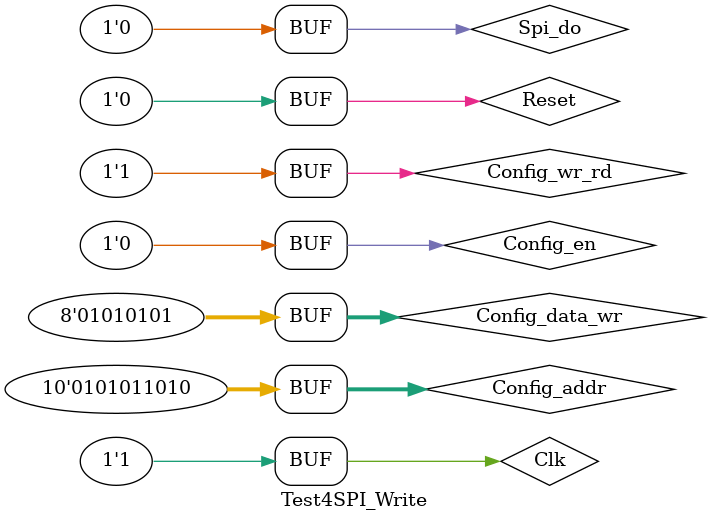
<source format=v>
`timescale 1ns / 1ps


module Test4SPI_Write(

    );
//* Inputs
reg           Clk;
reg           Reset;
reg           Config_en;          //* High active pluse to start the SPI operation, be sure to hold several clock cycles
reg           Config_wr_rd;       //* 1'b1: Write, 1'b0: Read
reg  [9:0]    Config_addr;        //* Address which is writed to AD80305
reg  [7:0]    Config_data_wr;     //* Data which is writed to AD80305
reg           Spi_do;             //* AD80305 SPI DO interface
        
//* Outputs
wire [7:0]    Config_data_rd;    //* Data which is readed from AD80305
wire          Config_done;       //* ACK signal, told the interface module that the "Write" or "Read" operation is done
wire          Spi_enb;           //* AD80305 SPI ENB interface
wire          Spi_clk;           //* AD80305 SPI CLK interface
wire          Spi_di;            //* AD80305 SPI DI interface
       
// Initail for Clk & Reset
initial begin
// Initialize Inputs
    Clk = 0;
    Reset = 0;
                          
    Config_en = 0;
    Config_wr_rd = 1'b1;
    Config_addr = 10'h015A;
    Config_data_wr = 8'h55;
    Spi_do = 0;
                          
// Wait 100 ns for global reset to finish
    #100;
                          
    Reset = 1;
    #10 Reset = 0;
    Config_en = 1;
    #10 Config_en = 0;                     
end
               
always begin
    #1 Clk = 0;
    #1 Clk = 1;
end
               
AD80305_SPI_READ_WRITE U_SPI_READ_WRITE
(
                   //* Inputs
                   .Clk             ( Clk               ),
                   .Reset           ( Reset             ),
                   .Config_en       ( Config_en         ),            //* High active pluse to start the SPI operation, be sure to hold several clock cycles
                   .Config_wr_rd    ( Config_wr_rd      ),        //* 1'b1: Write, 1'b0: Read
                   .Config_addr     ( Config_addr       ),        //* Address which is writed to AD80305
                   .Config_data_wr  ( Config_data_wr    ),        //* Data which is writed to AD80305
                   .Spi_do          ( Spi_do            ),                //* AD80305 SPI DO interface
                   
                   //* Outputs
                   .Config_data_rd  ( Config_data_rd    ),        //* Data which is readed from AD80305
                   .Config_done     ( Config_done       ),        //* ACK signal, told the interface module that the "Write" or "Read" operation is done
                   .Spi_enb         ( Spi_enb           ),            //* AD80305 SPI ENB interface
                   .Spi_clk         ( Spi_clk           ),            //* AD80305 SPI CLK interface
                   .Spi_di          ( Spi_di            )                //* AD80305 SPI DI interface
);

endmodule

</source>
